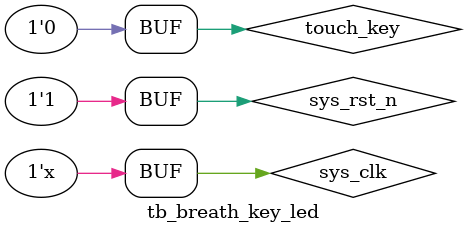
<source format=v>
`timescale 1ns/1ns

module tb_breath_key_led();


parameter CLK_PERIOD = 20;
parameter CNT_2US_MAX = 6'd2;
parameter CNT_2MS_MAX = 11'd10;
parameter CNT_2S_MAX = 11'd10;

reg     sys_clk;
reg     sys_rst_n;
reg     touch_key;
wire    led;

initial begin

    sys_clk <= 1'b0;
    sys_rst_n <= 1'b0;
    touch_key <= 1'b0;
    #200
    sys_rst_n <= 1'b1;
    touch_key <= 1'b1;
    #20
    touch_key <= 1'b0;
    #200
    touch_key <= 1'b1;
    #30
    touch_key <= 1'b0;
    #200
    touch_key <= 1'b1;
    #50
    touch_key <= 1'b0;
end

always #(CLK_PERIOD/2)sys_clk = ~ sys_clk;

breath_key_led #(                 // Ä£¿éÃû()   u_Ä£¿éÃû
 
    .CNT_2US_MAX    (CNT_2US_MAX),
    .CNT_2MS_MAX    (CNT_2MS_MAX),
    .CNT_2S_MAX     (CNT_2S_MAX)
    
) u_breath_key_led(

    .sys_clk        (sys_clk),
    .sys_rst_n      (sys_rst_n),
    .led            (led),
    .touch_key      (touch_key),
    .beep           (beep)
    );
    
endmodule

</source>
